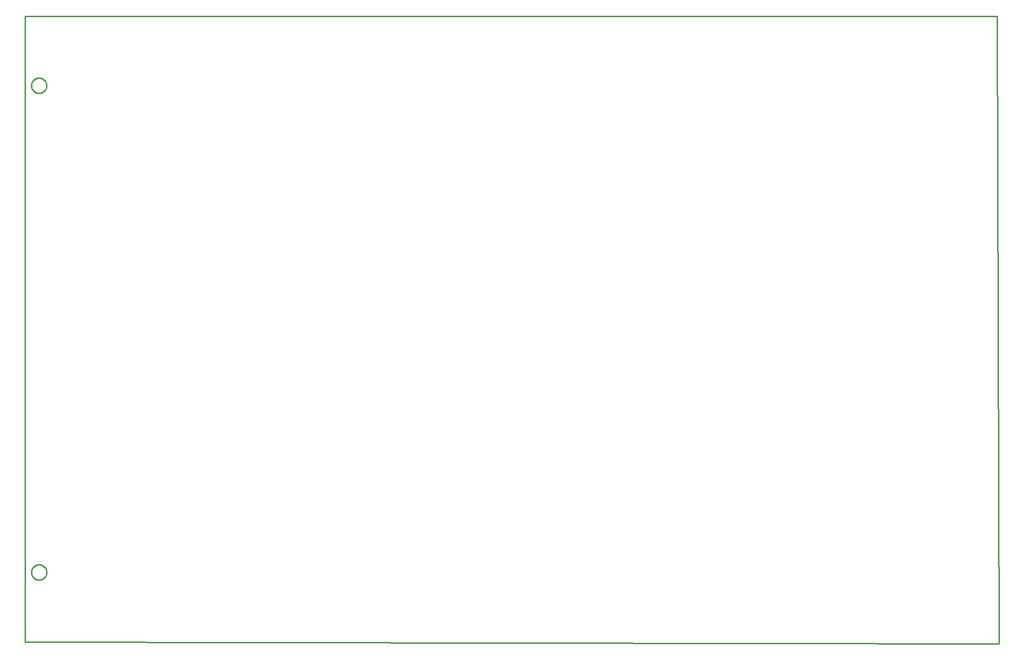
<source format=gbr>
G04 EAGLE Gerber RS-274X export*
G75*
%MOMM*%
%FSLAX34Y34*%
%LPD*%
%IN*%
%IPPOS*%
%AMOC8*
5,1,8,0,0,1.08239X$1,22.5*%
G01*
%ADD10C,0.254000*%


D10*
X0Y0D02*
X1778000Y-3300D01*
X1774700Y1142900D01*
X0Y1142900D01*
X0Y0D01*
X11430Y1016563D02*
X11501Y1017558D01*
X11643Y1018546D01*
X11855Y1019521D01*
X12136Y1020479D01*
X12485Y1021414D01*
X12900Y1022321D01*
X13378Y1023197D01*
X13917Y1024037D01*
X14515Y1024835D01*
X15169Y1025589D01*
X15875Y1026295D01*
X16629Y1026949D01*
X17428Y1027547D01*
X18267Y1028086D01*
X19143Y1028564D01*
X20051Y1028979D01*
X20985Y1029328D01*
X21943Y1029609D01*
X22918Y1029821D01*
X23906Y1029963D01*
X24901Y1030034D01*
X25899Y1030034D01*
X26894Y1029963D01*
X27882Y1029821D01*
X28857Y1029609D01*
X29815Y1029328D01*
X30750Y1028979D01*
X31657Y1028564D01*
X32533Y1028086D01*
X33373Y1027547D01*
X34171Y1026949D01*
X34925Y1026295D01*
X35631Y1025589D01*
X36285Y1024835D01*
X36883Y1024037D01*
X37422Y1023197D01*
X37900Y1022321D01*
X38315Y1021414D01*
X38664Y1020479D01*
X38945Y1019521D01*
X39157Y1018546D01*
X39299Y1017558D01*
X39370Y1016563D01*
X39370Y1015565D01*
X39299Y1014570D01*
X39157Y1013582D01*
X38945Y1012607D01*
X38664Y1011649D01*
X38315Y1010715D01*
X37900Y1009807D01*
X37422Y1008931D01*
X36883Y1008092D01*
X36285Y1007293D01*
X35631Y1006539D01*
X34925Y1005833D01*
X34171Y1005179D01*
X33373Y1004581D01*
X32533Y1004042D01*
X31657Y1003564D01*
X30750Y1003149D01*
X29815Y1002800D01*
X28857Y1002519D01*
X27882Y1002307D01*
X26894Y1002165D01*
X25899Y1002094D01*
X24901Y1002094D01*
X23906Y1002165D01*
X22918Y1002307D01*
X21943Y1002519D01*
X20985Y1002800D01*
X20051Y1003149D01*
X19143Y1003564D01*
X18267Y1004042D01*
X17428Y1004581D01*
X16629Y1005179D01*
X15875Y1005833D01*
X15169Y1006539D01*
X14515Y1007293D01*
X13917Y1008092D01*
X13378Y1008931D01*
X12900Y1009807D01*
X12485Y1010715D01*
X12136Y1011649D01*
X11855Y1012607D01*
X11643Y1013582D01*
X11501Y1014570D01*
X11430Y1015565D01*
X11430Y1016563D01*
X11430Y127435D02*
X11501Y128430D01*
X11643Y129418D01*
X11855Y130393D01*
X12136Y131351D01*
X12485Y132286D01*
X12900Y133193D01*
X13378Y134069D01*
X13917Y134909D01*
X14515Y135707D01*
X15169Y136461D01*
X15875Y137167D01*
X16629Y137821D01*
X17428Y138419D01*
X18267Y138958D01*
X19143Y139436D01*
X20051Y139851D01*
X20985Y140200D01*
X21943Y140481D01*
X22918Y140693D01*
X23906Y140835D01*
X24901Y140906D01*
X25899Y140906D01*
X26894Y140835D01*
X27882Y140693D01*
X28857Y140481D01*
X29815Y140200D01*
X30750Y139851D01*
X31657Y139436D01*
X32533Y138958D01*
X33373Y138419D01*
X34171Y137821D01*
X34925Y137167D01*
X35631Y136461D01*
X36285Y135707D01*
X36883Y134909D01*
X37422Y134069D01*
X37900Y133193D01*
X38315Y132286D01*
X38664Y131351D01*
X38945Y130393D01*
X39157Y129418D01*
X39299Y128430D01*
X39370Y127435D01*
X39370Y126437D01*
X39299Y125442D01*
X39157Y124454D01*
X38945Y123479D01*
X38664Y122521D01*
X38315Y121587D01*
X37900Y120679D01*
X37422Y119803D01*
X36883Y118964D01*
X36285Y118165D01*
X35631Y117411D01*
X34925Y116705D01*
X34171Y116051D01*
X33373Y115453D01*
X32533Y114914D01*
X31657Y114436D01*
X30750Y114021D01*
X29815Y113672D01*
X28857Y113391D01*
X27882Y113179D01*
X26894Y113037D01*
X25899Y112966D01*
X24901Y112966D01*
X23906Y113037D01*
X22918Y113179D01*
X21943Y113391D01*
X20985Y113672D01*
X20051Y114021D01*
X19143Y114436D01*
X18267Y114914D01*
X17428Y115453D01*
X16629Y116051D01*
X15875Y116705D01*
X15169Y117411D01*
X14515Y118165D01*
X13917Y118964D01*
X13378Y119803D01*
X12900Y120679D01*
X12485Y121587D01*
X12136Y122521D01*
X11855Y123479D01*
X11643Y124454D01*
X11501Y125442D01*
X11430Y126437D01*
X11430Y127435D01*
M02*

</source>
